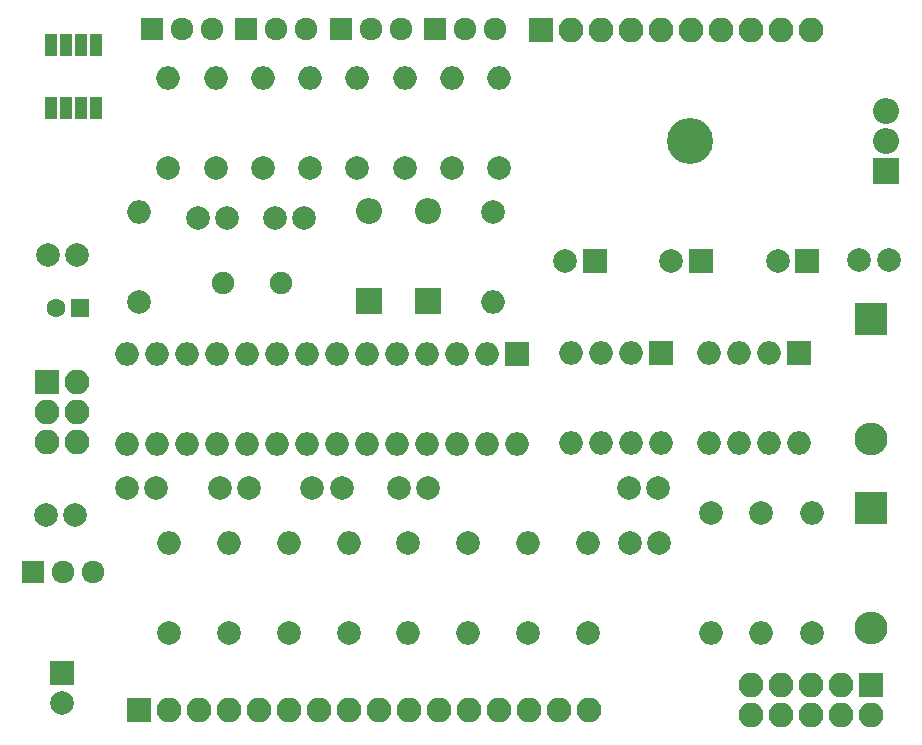
<source format=gts>
G04 #@! TF.GenerationSoftware,KiCad,Pcbnew,(5.1.2)-1*
G04 #@! TF.CreationDate,2021-04-14T19:23:14-07:00*
G04 #@! TF.ProjectId,kicad-cpu-board,6b696361-642d-4637-9075-2d626f617264,rev?*
G04 #@! TF.SameCoordinates,Original*
G04 #@! TF.FileFunction,Soldermask,Top*
G04 #@! TF.FilePolarity,Negative*
%FSLAX46Y46*%
G04 Gerber Fmt 4.6, Leading zero omitted, Abs format (unit mm)*
G04 Created by KiCad (PCBNEW (5.1.2)-1) date 2021-04-14 19:23:14*
%MOMM*%
%LPD*%
G04 APERTURE LIST*
%ADD10C,1.920000*%
%ADD11R,1.920000X1.920000*%
%ADD12C,2.000000*%
%ADD13O,2.000000X2.000000*%
%ADD14R,2.100000X2.100000*%
%ADD15O,2.100000X2.100000*%
%ADD16R,2.000000X2.000000*%
%ADD17C,1.600000*%
%ADD18R,1.600000X1.600000*%
%ADD19O,2.200000X2.200000*%
%ADD20R,2.200000X2.200000*%
%ADD21R,2.800000X2.800000*%
%ADD22O,2.800000X2.800000*%
%ADD23O,3.900000X3.900000*%
%ADD24R,1.000000X1.950000*%
%ADD25C,1.900000*%
G04 APERTURE END LIST*
D10*
X29611320Y-95415100D03*
X32151320Y-95415100D03*
D11*
X27071320Y-95415100D03*
D10*
X55647700Y-49500000D03*
X58187700Y-49500000D03*
D11*
X53107700Y-49500000D03*
D10*
X39647700Y-49500000D03*
X42187700Y-49500000D03*
D11*
X37107700Y-49500000D03*
D10*
X47647700Y-49500000D03*
X50187700Y-49500000D03*
D11*
X45107700Y-49500000D03*
D10*
X63647700Y-49500000D03*
X66187700Y-49500000D03*
D11*
X61107700Y-49500000D03*
D12*
X80086840Y-93002100D03*
X77586840Y-93002100D03*
X88713530Y-90421460D03*
D13*
X88713530Y-100581460D03*
D12*
X93000000Y-100621460D03*
D13*
X93000000Y-90461460D03*
D12*
X84427060Y-90421460D03*
D13*
X84427060Y-100581460D03*
D14*
X36007040Y-107099100D03*
D15*
X38547040Y-107099100D03*
X41087040Y-107099100D03*
X43627040Y-107099100D03*
X46167040Y-107099100D03*
X48707040Y-107099100D03*
X51247040Y-107099100D03*
X53787040Y-107099100D03*
X56327040Y-107099100D03*
X58867040Y-107099100D03*
X61407040Y-107099100D03*
X63947040Y-107099100D03*
X66487040Y-107099100D03*
X69027040Y-107099100D03*
X71567040Y-107099100D03*
X74107040Y-107099100D03*
D16*
X80200000Y-76900000D03*
D13*
X72580000Y-84520000D03*
X77660000Y-76900000D03*
X75120000Y-84520000D03*
X75120000Y-76900000D03*
X77660000Y-84520000D03*
X72580000Y-76900000D03*
X80200000Y-84520000D03*
D12*
X97000000Y-69000000D03*
X99500000Y-69000000D03*
X30625001Y-90625001D03*
X28125001Y-90625001D03*
D13*
X68000000Y-84620000D03*
X34980000Y-77000000D03*
X65460000Y-84620000D03*
X37520000Y-77000000D03*
X62920000Y-84620000D03*
X40060000Y-77000000D03*
X60380000Y-84620000D03*
X42600000Y-77000000D03*
X57840000Y-84620000D03*
X45140000Y-77000000D03*
X55300000Y-84620000D03*
X47680000Y-77000000D03*
X52760000Y-84620000D03*
X50220000Y-77000000D03*
X50220000Y-84620000D03*
X52760000Y-77000000D03*
X47680000Y-84620000D03*
X55300000Y-77000000D03*
X45140000Y-84620000D03*
X57840000Y-77000000D03*
X42600000Y-84620000D03*
X60380000Y-77000000D03*
X40060000Y-84620000D03*
X62920000Y-77000000D03*
X37520000Y-84620000D03*
X65460000Y-77000000D03*
X34980000Y-84620000D03*
D16*
X68000000Y-77000000D03*
D12*
X72100000Y-69100000D03*
D16*
X74600000Y-69100000D03*
D17*
X29000000Y-73100000D03*
D18*
X31000000Y-73100000D03*
D12*
X80000000Y-88350000D03*
X77500000Y-88350000D03*
X45350000Y-88350000D03*
X42850000Y-88350000D03*
X50000000Y-65500000D03*
X47500000Y-65500000D03*
X53200000Y-88350000D03*
X50700000Y-88350000D03*
X41000000Y-65500000D03*
X43500000Y-65500000D03*
D16*
X29525000Y-104000000D03*
D12*
X29525000Y-106500000D03*
X90100000Y-69100000D03*
D16*
X92600000Y-69100000D03*
X83600000Y-69100000D03*
D12*
X81100000Y-69100000D03*
X30775000Y-68600000D03*
X28275000Y-68600000D03*
X37500000Y-88350000D03*
X35000000Y-88350000D03*
X58000000Y-88350000D03*
X60500000Y-88350000D03*
D19*
X60500000Y-64880000D03*
D20*
X60500000Y-72500000D03*
X55500000Y-72500000D03*
D19*
X55500000Y-64880000D03*
D21*
X98000000Y-74000000D03*
D22*
X98000000Y-84160000D03*
X98000000Y-100160000D03*
D21*
X98000000Y-90000000D03*
D15*
X30790000Y-84480000D03*
X28250000Y-84480000D03*
X30790000Y-81940000D03*
X28250000Y-81940000D03*
X30790000Y-79400000D03*
D14*
X28250000Y-79400000D03*
D15*
X92875993Y-49594547D03*
X90335993Y-49594547D03*
X87795993Y-49594547D03*
X85255993Y-49594547D03*
X82715993Y-49594547D03*
X80175993Y-49594547D03*
X77635993Y-49594547D03*
X75095993Y-49594547D03*
X72555993Y-49594547D03*
D14*
X70015993Y-49594547D03*
D15*
X87840000Y-107540000D03*
X87840000Y-105000000D03*
X90380000Y-107540000D03*
X90380000Y-105000000D03*
X92920000Y-107540000D03*
X92920000Y-105000000D03*
X95460000Y-107540000D03*
X95460000Y-105000000D03*
X98000000Y-107540000D03*
D14*
X98000000Y-105000000D03*
D12*
X36000000Y-72600000D03*
D13*
X36000000Y-64980000D03*
D12*
X66000000Y-65000000D03*
D13*
X66000000Y-72620000D03*
D12*
X38600000Y-100600000D03*
D13*
X38600000Y-92980000D03*
X62500000Y-53580000D03*
D12*
X62500000Y-61200000D03*
D13*
X66500000Y-53580000D03*
D12*
X66500000Y-61200000D03*
X46500000Y-61200000D03*
D13*
X46500000Y-53580000D03*
X50500000Y-53580000D03*
D12*
X50500000Y-61200000D03*
D13*
X43657142Y-92980000D03*
D12*
X43657142Y-100600000D03*
D13*
X38500000Y-53580000D03*
D12*
X38500000Y-61200000D03*
X42500000Y-61200000D03*
D13*
X42500000Y-53580000D03*
X54500000Y-53580000D03*
D12*
X54500000Y-61200000D03*
X58500000Y-61200000D03*
D13*
X58500000Y-53580000D03*
X48714284Y-92980000D03*
D12*
X48714284Y-100600000D03*
X58828568Y-92950000D03*
D13*
X58828568Y-100570000D03*
X53771426Y-92980000D03*
D12*
X53771426Y-100600000D03*
X74000000Y-100600000D03*
D13*
X74000000Y-92980000D03*
X63885710Y-100570000D03*
D12*
X63885710Y-92950000D03*
X68942852Y-100600000D03*
D13*
X68942852Y-92980000D03*
D19*
X99300000Y-56420000D03*
X99300000Y-58960000D03*
D20*
X99300000Y-61500000D03*
D23*
X82640000Y-58960000D03*
D24*
X28595000Y-50800000D03*
X29865000Y-50800000D03*
X31135000Y-50800000D03*
X32405000Y-50800000D03*
X32405000Y-56200000D03*
X31135000Y-56200000D03*
X29865000Y-56200000D03*
X28595000Y-56200000D03*
D13*
X91900000Y-84520000D03*
X84280000Y-76900000D03*
X89360000Y-84520000D03*
X86820000Y-76900000D03*
X86820000Y-84520000D03*
X89360000Y-76900000D03*
X84280000Y-84520000D03*
D16*
X91900000Y-76900000D03*
D25*
X43100000Y-71000000D03*
X48000000Y-71000000D03*
M02*

</source>
